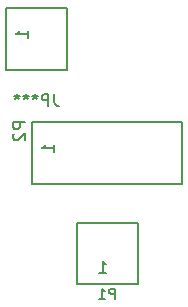
<source format=gbo>
G04 #@! TF.FileFunction,Legend,Bot*
%FSLAX46Y46*%
G04 Gerber Fmt 4.6, Leading zero omitted, Abs format (unit mm)*
G04 Created by KiCad (PCBNEW 4.0.2-stable) date 16.05.2016 20:42:00*
%MOMM*%
G01*
G04 APERTURE LIST*
%ADD10C,0.100000*%
%ADD11C,0.198120*%
%ADD12C,0.175000*%
%ADD13C,0.150000*%
G04 APERTURE END LIST*
D10*
D11*
X152600000Y-130350000D02*
X152600000Y-125150000D01*
X152600000Y-125150000D02*
X147400000Y-125150000D01*
X147400000Y-125150000D02*
X147400000Y-130350000D01*
X147400000Y-130350000D02*
X152600000Y-130350000D01*
X156350000Y-116650000D02*
X143650000Y-116650000D01*
X143650000Y-121850000D02*
X156350000Y-121850000D01*
X156350000Y-116650000D02*
X156350000Y-121850000D01*
X143650000Y-121850000D02*
X143650000Y-116650000D01*
X141400000Y-112200000D02*
X146600000Y-112200000D01*
X146600000Y-112200000D02*
X146600000Y-107000000D01*
X146600000Y-107000000D02*
X141400000Y-107000000D01*
X141400000Y-107000000D02*
X141400000Y-112200000D01*
D12*
X150627381Y-131584524D02*
X150627381Y-130734524D01*
X150303572Y-130734524D01*
X150222619Y-130775000D01*
X150182143Y-130815476D01*
X150141667Y-130896429D01*
X150141667Y-131017857D01*
X150182143Y-131098810D01*
X150222619Y-131139286D01*
X150303572Y-131179762D01*
X150627381Y-131179762D01*
X149332143Y-131584524D02*
X149817857Y-131584524D01*
X149575000Y-131584524D02*
X149575000Y-130734524D01*
X149655952Y-130855952D01*
X149736905Y-130936905D01*
X149817857Y-130977381D01*
D13*
X149314285Y-129402381D02*
X149885714Y-129402381D01*
X149600000Y-129402381D02*
X149600000Y-128402381D01*
X149695238Y-128545238D01*
X149790476Y-128640476D01*
X149885714Y-128688095D01*
D11*
X143051576Y-116663218D02*
X142053356Y-116663218D01*
X142053356Y-117043493D01*
X142100890Y-117138561D01*
X142148424Y-117186096D01*
X142243493Y-117233630D01*
X142386096Y-117233630D01*
X142481164Y-117186096D01*
X142528699Y-117138561D01*
X142576233Y-117043493D01*
X142576233Y-116663218D01*
X142148424Y-117613904D02*
X142100890Y-117661438D01*
X142053356Y-117756507D01*
X142053356Y-117994178D01*
X142100890Y-118089247D01*
X142148424Y-118136781D01*
X142243493Y-118184316D01*
X142338561Y-118184316D01*
X142481164Y-118136781D01*
X143051576Y-117566370D01*
X143051576Y-118184316D01*
D13*
X145452381Y-119135715D02*
X145452381Y-118564286D01*
X145452381Y-118850000D02*
X144452381Y-118850000D01*
X144595238Y-118754762D01*
X144690476Y-118659524D01*
X144738095Y-118564286D01*
D11*
X145497331Y-114253356D02*
X145497331Y-114966370D01*
X145544865Y-115108973D01*
X145639934Y-115204041D01*
X145782537Y-115251576D01*
X145877605Y-115251576D01*
X145021988Y-115251576D02*
X145021988Y-114253356D01*
X144641713Y-114253356D01*
X144546645Y-114300890D01*
X144499110Y-114348424D01*
X144451576Y-114443493D01*
X144451576Y-114586096D01*
X144499110Y-114681164D01*
X144546645Y-114728699D01*
X144641713Y-114776233D01*
X145021988Y-114776233D01*
X143881165Y-114253356D02*
X143881165Y-114491027D01*
X144118836Y-114395959D02*
X143881165Y-114491027D01*
X143643493Y-114395959D01*
X144023768Y-114681164D02*
X143881165Y-114491027D01*
X143738562Y-114681164D01*
X143120616Y-114253356D02*
X143120616Y-114491027D01*
X143358287Y-114395959D02*
X143120616Y-114491027D01*
X142882944Y-114395959D01*
X143263219Y-114681164D02*
X143120616Y-114491027D01*
X142978013Y-114681164D01*
X142360067Y-114253356D02*
X142360067Y-114491027D01*
X142597738Y-114395959D02*
X142360067Y-114491027D01*
X142122395Y-114395959D01*
X142502670Y-114681164D02*
X142360067Y-114491027D01*
X142217464Y-114681164D01*
D13*
X143252381Y-109485715D02*
X143252381Y-108914286D01*
X143252381Y-109200000D02*
X142252381Y-109200000D01*
X142395238Y-109104762D01*
X142490476Y-109009524D01*
X142538095Y-108914286D01*
M02*

</source>
